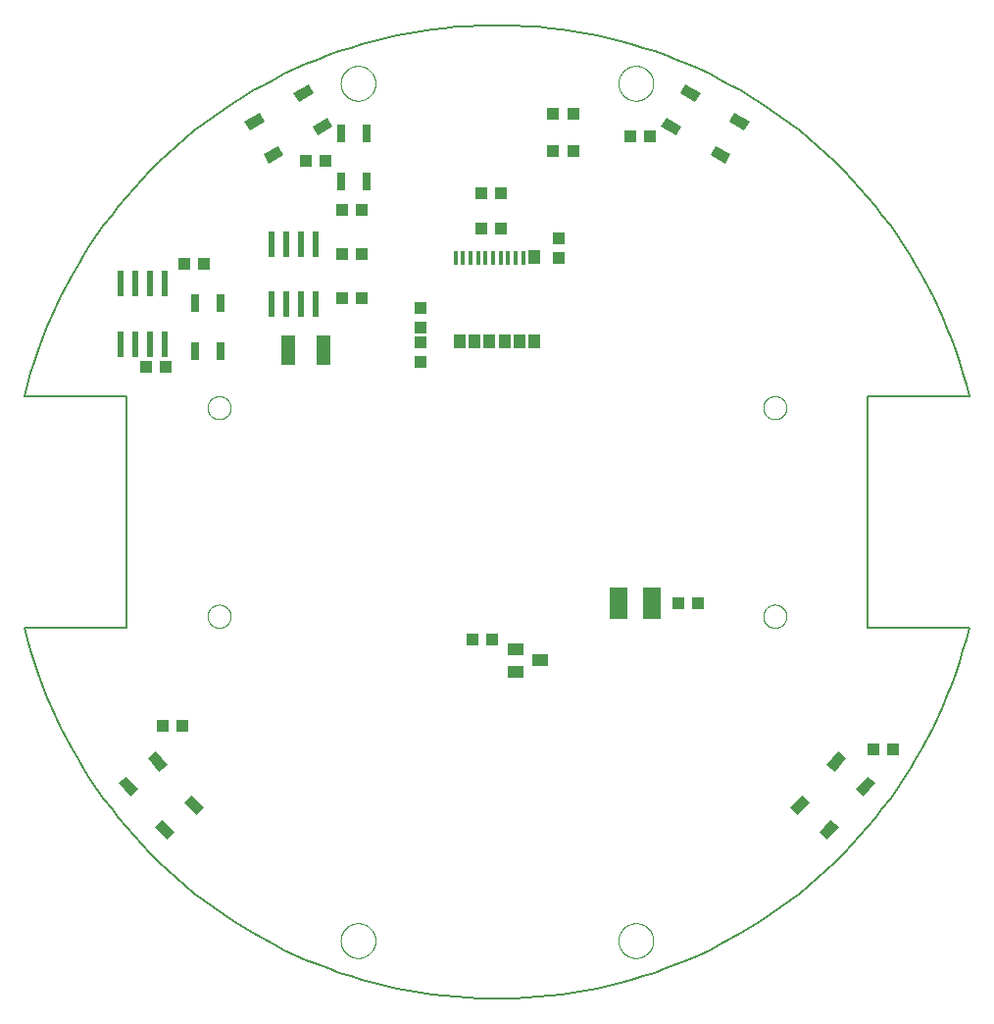
<source format=gtp>
G75*
%MOIN*%
%OFA0B0*%
%FSLAX25Y25*%
%IPPOS*%
%LPD*%
%AMOC8*
5,1,8,0,0,1.08239X$1,22.5*
%
%ADD10C,0.00600*%
%ADD11C,0.00000*%
%ADD12R,0.04331X0.03937*%
%ADD13R,0.03937X0.04331*%
%ADD14R,0.02559X0.05906*%
%ADD15R,0.02362X0.08661*%
%ADD16R,0.05906X0.03543*%
%ADD17R,0.05000X0.10000*%
%ADD18R,0.04000X0.05000*%
%ADD19R,0.01575X0.04921*%
%ADD20R,0.06299X0.10630*%
%ADD21R,0.05512X0.03937*%
D10*
X0023150Y0144410D02*
X0057796Y0144410D01*
X0057796Y0223150D01*
X0023150Y0223150D01*
X0023150Y0223151D02*
X0024158Y0227061D01*
X0025260Y0230946D01*
X0026458Y0234802D01*
X0027749Y0238628D01*
X0029133Y0242421D01*
X0030609Y0246180D01*
X0032177Y0249901D01*
X0033835Y0253583D01*
X0035582Y0257223D01*
X0037418Y0260820D01*
X0039341Y0264370D01*
X0041350Y0267873D01*
X0043445Y0271326D01*
X0045622Y0274726D01*
X0047882Y0278072D01*
X0050224Y0281362D01*
X0052644Y0284594D01*
X0055143Y0287766D01*
X0057719Y0290876D01*
X0060370Y0293922D01*
X0063094Y0296902D01*
X0065891Y0299815D01*
X0068758Y0302659D01*
X0071693Y0305432D01*
X0074695Y0308132D01*
X0077762Y0310759D01*
X0080892Y0313309D01*
X0084084Y0315783D01*
X0087335Y0318178D01*
X0090644Y0320493D01*
X0094008Y0322726D01*
X0097426Y0324876D01*
X0100895Y0326943D01*
X0104414Y0328924D01*
X0107979Y0330818D01*
X0111591Y0332625D01*
X0115245Y0334344D01*
X0118940Y0335972D01*
X0122673Y0337510D01*
X0126444Y0338956D01*
X0130248Y0340310D01*
X0134084Y0341570D01*
X0137950Y0342737D01*
X0141843Y0343808D01*
X0145761Y0344784D01*
X0149702Y0345665D01*
X0153663Y0346448D01*
X0157643Y0347135D01*
X0161637Y0347725D01*
X0165645Y0348217D01*
X0169664Y0348610D01*
X0173691Y0348906D01*
X0177724Y0349103D01*
X0181761Y0349202D01*
X0185799Y0349202D01*
X0189836Y0349103D01*
X0193869Y0348906D01*
X0197896Y0348610D01*
X0201915Y0348217D01*
X0205923Y0347725D01*
X0209917Y0347135D01*
X0213897Y0346448D01*
X0217858Y0345665D01*
X0221799Y0344784D01*
X0225717Y0343808D01*
X0229610Y0342737D01*
X0233476Y0341570D01*
X0237312Y0340310D01*
X0241116Y0338956D01*
X0244887Y0337510D01*
X0248620Y0335972D01*
X0252315Y0334344D01*
X0255969Y0332625D01*
X0259581Y0330818D01*
X0263146Y0328924D01*
X0266665Y0326943D01*
X0270134Y0324876D01*
X0273552Y0322726D01*
X0276916Y0320493D01*
X0280225Y0318178D01*
X0283476Y0315783D01*
X0286668Y0313309D01*
X0289798Y0310759D01*
X0292865Y0308132D01*
X0295867Y0305432D01*
X0298802Y0302659D01*
X0301669Y0299815D01*
X0304466Y0296902D01*
X0307190Y0293922D01*
X0309841Y0290876D01*
X0312417Y0287766D01*
X0314916Y0284594D01*
X0317336Y0281362D01*
X0319678Y0278072D01*
X0321938Y0274726D01*
X0324115Y0271326D01*
X0326210Y0267873D01*
X0328219Y0264370D01*
X0330142Y0260820D01*
X0331978Y0257223D01*
X0333725Y0253583D01*
X0335383Y0249901D01*
X0336951Y0246180D01*
X0338427Y0242421D01*
X0339811Y0238628D01*
X0341102Y0234802D01*
X0342300Y0230946D01*
X0343402Y0227061D01*
X0344410Y0223151D01*
X0344410Y0223150D02*
X0309765Y0223150D01*
X0309765Y0144410D01*
X0344410Y0144410D01*
X0343402Y0140500D01*
X0342300Y0136615D01*
X0341102Y0132759D01*
X0339811Y0128933D01*
X0338427Y0125140D01*
X0336951Y0121381D01*
X0335383Y0117660D01*
X0333725Y0113978D01*
X0331978Y0110338D01*
X0330142Y0106741D01*
X0328219Y0103191D01*
X0326210Y0099688D01*
X0324115Y0096235D01*
X0321938Y0092835D01*
X0319678Y0089489D01*
X0317336Y0086199D01*
X0314916Y0082967D01*
X0312417Y0079795D01*
X0309841Y0076685D01*
X0307190Y0073639D01*
X0304466Y0070659D01*
X0301669Y0067746D01*
X0298802Y0064902D01*
X0295867Y0062129D01*
X0292865Y0059429D01*
X0289798Y0056802D01*
X0286668Y0054252D01*
X0283476Y0051778D01*
X0280225Y0049383D01*
X0276916Y0047068D01*
X0273552Y0044835D01*
X0270134Y0042685D01*
X0266665Y0040618D01*
X0263146Y0038637D01*
X0259581Y0036743D01*
X0255969Y0034936D01*
X0252315Y0033217D01*
X0248620Y0031589D01*
X0244887Y0030051D01*
X0241116Y0028605D01*
X0237312Y0027251D01*
X0233476Y0025991D01*
X0229610Y0024824D01*
X0225717Y0023753D01*
X0221799Y0022777D01*
X0217858Y0021896D01*
X0213897Y0021113D01*
X0209917Y0020426D01*
X0205923Y0019836D01*
X0201915Y0019344D01*
X0197896Y0018951D01*
X0193869Y0018655D01*
X0189836Y0018458D01*
X0185799Y0018359D01*
X0181761Y0018359D01*
X0177724Y0018458D01*
X0173691Y0018655D01*
X0169664Y0018951D01*
X0165645Y0019344D01*
X0161637Y0019836D01*
X0157643Y0020426D01*
X0153663Y0021113D01*
X0149702Y0021896D01*
X0145761Y0022777D01*
X0141843Y0023753D01*
X0137950Y0024824D01*
X0134084Y0025991D01*
X0130248Y0027251D01*
X0126444Y0028605D01*
X0122673Y0030051D01*
X0118940Y0031589D01*
X0115245Y0033217D01*
X0111591Y0034936D01*
X0107979Y0036743D01*
X0104414Y0038637D01*
X0100895Y0040618D01*
X0097426Y0042685D01*
X0094008Y0044835D01*
X0090644Y0047068D01*
X0087335Y0049383D01*
X0084084Y0051778D01*
X0080892Y0054252D01*
X0077762Y0056802D01*
X0074695Y0059429D01*
X0071693Y0062129D01*
X0068758Y0064902D01*
X0065891Y0067746D01*
X0063094Y0070659D01*
X0060370Y0073639D01*
X0057719Y0076685D01*
X0055143Y0079795D01*
X0052644Y0082967D01*
X0050224Y0086199D01*
X0047882Y0089489D01*
X0045622Y0092835D01*
X0043445Y0096235D01*
X0041350Y0099688D01*
X0039341Y0103191D01*
X0037418Y0106741D01*
X0035582Y0110338D01*
X0033835Y0113978D01*
X0032177Y0117660D01*
X0030609Y0121381D01*
X0029133Y0125140D01*
X0027749Y0128933D01*
X0026458Y0132759D01*
X0025260Y0136615D01*
X0024158Y0140500D01*
X0023150Y0144410D01*
D11*
X0085355Y0148347D02*
X0085357Y0148472D01*
X0085363Y0148597D01*
X0085373Y0148721D01*
X0085387Y0148845D01*
X0085404Y0148969D01*
X0085426Y0149092D01*
X0085452Y0149214D01*
X0085481Y0149336D01*
X0085514Y0149456D01*
X0085552Y0149575D01*
X0085592Y0149694D01*
X0085637Y0149810D01*
X0085685Y0149925D01*
X0085737Y0150039D01*
X0085793Y0150151D01*
X0085852Y0150261D01*
X0085914Y0150369D01*
X0085980Y0150476D01*
X0086049Y0150580D01*
X0086122Y0150681D01*
X0086197Y0150781D01*
X0086276Y0150878D01*
X0086358Y0150972D01*
X0086443Y0151064D01*
X0086530Y0151153D01*
X0086621Y0151239D01*
X0086714Y0151322D01*
X0086810Y0151403D01*
X0086908Y0151480D01*
X0087008Y0151554D01*
X0087111Y0151625D01*
X0087216Y0151692D01*
X0087324Y0151757D01*
X0087433Y0151817D01*
X0087544Y0151875D01*
X0087657Y0151928D01*
X0087771Y0151978D01*
X0087887Y0152025D01*
X0088004Y0152067D01*
X0088123Y0152106D01*
X0088243Y0152142D01*
X0088364Y0152173D01*
X0088486Y0152201D01*
X0088608Y0152224D01*
X0088732Y0152244D01*
X0088856Y0152260D01*
X0088980Y0152272D01*
X0089105Y0152280D01*
X0089230Y0152284D01*
X0089354Y0152284D01*
X0089479Y0152280D01*
X0089604Y0152272D01*
X0089728Y0152260D01*
X0089852Y0152244D01*
X0089976Y0152224D01*
X0090098Y0152201D01*
X0090220Y0152173D01*
X0090341Y0152142D01*
X0090461Y0152106D01*
X0090580Y0152067D01*
X0090697Y0152025D01*
X0090813Y0151978D01*
X0090927Y0151928D01*
X0091040Y0151875D01*
X0091151Y0151817D01*
X0091261Y0151757D01*
X0091368Y0151692D01*
X0091473Y0151625D01*
X0091576Y0151554D01*
X0091676Y0151480D01*
X0091774Y0151403D01*
X0091870Y0151322D01*
X0091963Y0151239D01*
X0092054Y0151153D01*
X0092141Y0151064D01*
X0092226Y0150972D01*
X0092308Y0150878D01*
X0092387Y0150781D01*
X0092462Y0150681D01*
X0092535Y0150580D01*
X0092604Y0150476D01*
X0092670Y0150369D01*
X0092732Y0150261D01*
X0092791Y0150151D01*
X0092847Y0150039D01*
X0092899Y0149925D01*
X0092947Y0149810D01*
X0092992Y0149694D01*
X0093032Y0149575D01*
X0093070Y0149456D01*
X0093103Y0149336D01*
X0093132Y0149214D01*
X0093158Y0149092D01*
X0093180Y0148969D01*
X0093197Y0148845D01*
X0093211Y0148721D01*
X0093221Y0148597D01*
X0093227Y0148472D01*
X0093229Y0148347D01*
X0093227Y0148222D01*
X0093221Y0148097D01*
X0093211Y0147973D01*
X0093197Y0147849D01*
X0093180Y0147725D01*
X0093158Y0147602D01*
X0093132Y0147480D01*
X0093103Y0147358D01*
X0093070Y0147238D01*
X0093032Y0147119D01*
X0092992Y0147000D01*
X0092947Y0146884D01*
X0092899Y0146769D01*
X0092847Y0146655D01*
X0092791Y0146543D01*
X0092732Y0146433D01*
X0092670Y0146325D01*
X0092604Y0146218D01*
X0092535Y0146114D01*
X0092462Y0146013D01*
X0092387Y0145913D01*
X0092308Y0145816D01*
X0092226Y0145722D01*
X0092141Y0145630D01*
X0092054Y0145541D01*
X0091963Y0145455D01*
X0091870Y0145372D01*
X0091774Y0145291D01*
X0091676Y0145214D01*
X0091576Y0145140D01*
X0091473Y0145069D01*
X0091368Y0145002D01*
X0091260Y0144937D01*
X0091151Y0144877D01*
X0091040Y0144819D01*
X0090927Y0144766D01*
X0090813Y0144716D01*
X0090697Y0144669D01*
X0090580Y0144627D01*
X0090461Y0144588D01*
X0090341Y0144552D01*
X0090220Y0144521D01*
X0090098Y0144493D01*
X0089976Y0144470D01*
X0089852Y0144450D01*
X0089728Y0144434D01*
X0089604Y0144422D01*
X0089479Y0144414D01*
X0089354Y0144410D01*
X0089230Y0144410D01*
X0089105Y0144414D01*
X0088980Y0144422D01*
X0088856Y0144434D01*
X0088732Y0144450D01*
X0088608Y0144470D01*
X0088486Y0144493D01*
X0088364Y0144521D01*
X0088243Y0144552D01*
X0088123Y0144588D01*
X0088004Y0144627D01*
X0087887Y0144669D01*
X0087771Y0144716D01*
X0087657Y0144766D01*
X0087544Y0144819D01*
X0087433Y0144877D01*
X0087323Y0144937D01*
X0087216Y0145002D01*
X0087111Y0145069D01*
X0087008Y0145140D01*
X0086908Y0145214D01*
X0086810Y0145291D01*
X0086714Y0145372D01*
X0086621Y0145455D01*
X0086530Y0145541D01*
X0086443Y0145630D01*
X0086358Y0145722D01*
X0086276Y0145816D01*
X0086197Y0145913D01*
X0086122Y0146013D01*
X0086049Y0146114D01*
X0085980Y0146218D01*
X0085914Y0146325D01*
X0085852Y0146433D01*
X0085793Y0146543D01*
X0085737Y0146655D01*
X0085685Y0146769D01*
X0085637Y0146884D01*
X0085592Y0147000D01*
X0085552Y0147119D01*
X0085514Y0147238D01*
X0085481Y0147358D01*
X0085452Y0147480D01*
X0085426Y0147602D01*
X0085404Y0147725D01*
X0085387Y0147849D01*
X0085373Y0147973D01*
X0085363Y0148097D01*
X0085357Y0148222D01*
X0085355Y0148347D01*
X0085355Y0219213D02*
X0085357Y0219338D01*
X0085363Y0219463D01*
X0085373Y0219587D01*
X0085387Y0219711D01*
X0085404Y0219835D01*
X0085426Y0219958D01*
X0085452Y0220080D01*
X0085481Y0220202D01*
X0085514Y0220322D01*
X0085552Y0220441D01*
X0085592Y0220560D01*
X0085637Y0220676D01*
X0085685Y0220791D01*
X0085737Y0220905D01*
X0085793Y0221017D01*
X0085852Y0221127D01*
X0085914Y0221235D01*
X0085980Y0221342D01*
X0086049Y0221446D01*
X0086122Y0221547D01*
X0086197Y0221647D01*
X0086276Y0221744D01*
X0086358Y0221838D01*
X0086443Y0221930D01*
X0086530Y0222019D01*
X0086621Y0222105D01*
X0086714Y0222188D01*
X0086810Y0222269D01*
X0086908Y0222346D01*
X0087008Y0222420D01*
X0087111Y0222491D01*
X0087216Y0222558D01*
X0087324Y0222623D01*
X0087433Y0222683D01*
X0087544Y0222741D01*
X0087657Y0222794D01*
X0087771Y0222844D01*
X0087887Y0222891D01*
X0088004Y0222933D01*
X0088123Y0222972D01*
X0088243Y0223008D01*
X0088364Y0223039D01*
X0088486Y0223067D01*
X0088608Y0223090D01*
X0088732Y0223110D01*
X0088856Y0223126D01*
X0088980Y0223138D01*
X0089105Y0223146D01*
X0089230Y0223150D01*
X0089354Y0223150D01*
X0089479Y0223146D01*
X0089604Y0223138D01*
X0089728Y0223126D01*
X0089852Y0223110D01*
X0089976Y0223090D01*
X0090098Y0223067D01*
X0090220Y0223039D01*
X0090341Y0223008D01*
X0090461Y0222972D01*
X0090580Y0222933D01*
X0090697Y0222891D01*
X0090813Y0222844D01*
X0090927Y0222794D01*
X0091040Y0222741D01*
X0091151Y0222683D01*
X0091261Y0222623D01*
X0091368Y0222558D01*
X0091473Y0222491D01*
X0091576Y0222420D01*
X0091676Y0222346D01*
X0091774Y0222269D01*
X0091870Y0222188D01*
X0091963Y0222105D01*
X0092054Y0222019D01*
X0092141Y0221930D01*
X0092226Y0221838D01*
X0092308Y0221744D01*
X0092387Y0221647D01*
X0092462Y0221547D01*
X0092535Y0221446D01*
X0092604Y0221342D01*
X0092670Y0221235D01*
X0092732Y0221127D01*
X0092791Y0221017D01*
X0092847Y0220905D01*
X0092899Y0220791D01*
X0092947Y0220676D01*
X0092992Y0220560D01*
X0093032Y0220441D01*
X0093070Y0220322D01*
X0093103Y0220202D01*
X0093132Y0220080D01*
X0093158Y0219958D01*
X0093180Y0219835D01*
X0093197Y0219711D01*
X0093211Y0219587D01*
X0093221Y0219463D01*
X0093227Y0219338D01*
X0093229Y0219213D01*
X0093227Y0219088D01*
X0093221Y0218963D01*
X0093211Y0218839D01*
X0093197Y0218715D01*
X0093180Y0218591D01*
X0093158Y0218468D01*
X0093132Y0218346D01*
X0093103Y0218224D01*
X0093070Y0218104D01*
X0093032Y0217985D01*
X0092992Y0217866D01*
X0092947Y0217750D01*
X0092899Y0217635D01*
X0092847Y0217521D01*
X0092791Y0217409D01*
X0092732Y0217299D01*
X0092670Y0217191D01*
X0092604Y0217084D01*
X0092535Y0216980D01*
X0092462Y0216879D01*
X0092387Y0216779D01*
X0092308Y0216682D01*
X0092226Y0216588D01*
X0092141Y0216496D01*
X0092054Y0216407D01*
X0091963Y0216321D01*
X0091870Y0216238D01*
X0091774Y0216157D01*
X0091676Y0216080D01*
X0091576Y0216006D01*
X0091473Y0215935D01*
X0091368Y0215868D01*
X0091260Y0215803D01*
X0091151Y0215743D01*
X0091040Y0215685D01*
X0090927Y0215632D01*
X0090813Y0215582D01*
X0090697Y0215535D01*
X0090580Y0215493D01*
X0090461Y0215454D01*
X0090341Y0215418D01*
X0090220Y0215387D01*
X0090098Y0215359D01*
X0089976Y0215336D01*
X0089852Y0215316D01*
X0089728Y0215300D01*
X0089604Y0215288D01*
X0089479Y0215280D01*
X0089354Y0215276D01*
X0089230Y0215276D01*
X0089105Y0215280D01*
X0088980Y0215288D01*
X0088856Y0215300D01*
X0088732Y0215316D01*
X0088608Y0215336D01*
X0088486Y0215359D01*
X0088364Y0215387D01*
X0088243Y0215418D01*
X0088123Y0215454D01*
X0088004Y0215493D01*
X0087887Y0215535D01*
X0087771Y0215582D01*
X0087657Y0215632D01*
X0087544Y0215685D01*
X0087433Y0215743D01*
X0087323Y0215803D01*
X0087216Y0215868D01*
X0087111Y0215935D01*
X0087008Y0216006D01*
X0086908Y0216080D01*
X0086810Y0216157D01*
X0086714Y0216238D01*
X0086621Y0216321D01*
X0086530Y0216407D01*
X0086443Y0216496D01*
X0086358Y0216588D01*
X0086276Y0216682D01*
X0086197Y0216779D01*
X0086122Y0216879D01*
X0086049Y0216980D01*
X0085980Y0217084D01*
X0085914Y0217191D01*
X0085852Y0217299D01*
X0085793Y0217409D01*
X0085737Y0217521D01*
X0085685Y0217635D01*
X0085637Y0217750D01*
X0085592Y0217866D01*
X0085552Y0217985D01*
X0085514Y0218104D01*
X0085481Y0218224D01*
X0085452Y0218346D01*
X0085426Y0218468D01*
X0085404Y0218591D01*
X0085387Y0218715D01*
X0085373Y0218839D01*
X0085363Y0218963D01*
X0085357Y0219088D01*
X0085355Y0219213D01*
X0130630Y0329450D02*
X0130632Y0329603D01*
X0130638Y0329757D01*
X0130648Y0329910D01*
X0130662Y0330062D01*
X0130680Y0330215D01*
X0130702Y0330366D01*
X0130727Y0330517D01*
X0130757Y0330668D01*
X0130791Y0330818D01*
X0130828Y0330966D01*
X0130869Y0331114D01*
X0130914Y0331260D01*
X0130963Y0331406D01*
X0131016Y0331550D01*
X0131072Y0331692D01*
X0131132Y0331833D01*
X0131196Y0331973D01*
X0131263Y0332111D01*
X0131334Y0332247D01*
X0131409Y0332381D01*
X0131486Y0332513D01*
X0131568Y0332643D01*
X0131652Y0332771D01*
X0131740Y0332897D01*
X0131831Y0333020D01*
X0131925Y0333141D01*
X0132023Y0333259D01*
X0132123Y0333375D01*
X0132227Y0333488D01*
X0132333Y0333599D01*
X0132442Y0333707D01*
X0132554Y0333812D01*
X0132668Y0333913D01*
X0132786Y0334012D01*
X0132905Y0334108D01*
X0133027Y0334201D01*
X0133152Y0334290D01*
X0133279Y0334377D01*
X0133408Y0334459D01*
X0133539Y0334539D01*
X0133672Y0334615D01*
X0133807Y0334688D01*
X0133944Y0334757D01*
X0134083Y0334822D01*
X0134223Y0334884D01*
X0134365Y0334942D01*
X0134508Y0334997D01*
X0134653Y0335048D01*
X0134799Y0335095D01*
X0134946Y0335138D01*
X0135094Y0335177D01*
X0135243Y0335213D01*
X0135393Y0335244D01*
X0135544Y0335272D01*
X0135695Y0335296D01*
X0135848Y0335316D01*
X0136000Y0335332D01*
X0136153Y0335344D01*
X0136306Y0335352D01*
X0136459Y0335356D01*
X0136613Y0335356D01*
X0136766Y0335352D01*
X0136919Y0335344D01*
X0137072Y0335332D01*
X0137224Y0335316D01*
X0137377Y0335296D01*
X0137528Y0335272D01*
X0137679Y0335244D01*
X0137829Y0335213D01*
X0137978Y0335177D01*
X0138126Y0335138D01*
X0138273Y0335095D01*
X0138419Y0335048D01*
X0138564Y0334997D01*
X0138707Y0334942D01*
X0138849Y0334884D01*
X0138989Y0334822D01*
X0139128Y0334757D01*
X0139265Y0334688D01*
X0139400Y0334615D01*
X0139533Y0334539D01*
X0139664Y0334459D01*
X0139793Y0334377D01*
X0139920Y0334290D01*
X0140045Y0334201D01*
X0140167Y0334108D01*
X0140286Y0334012D01*
X0140404Y0333913D01*
X0140518Y0333812D01*
X0140630Y0333707D01*
X0140739Y0333599D01*
X0140845Y0333488D01*
X0140949Y0333375D01*
X0141049Y0333259D01*
X0141147Y0333141D01*
X0141241Y0333020D01*
X0141332Y0332897D01*
X0141420Y0332771D01*
X0141504Y0332643D01*
X0141586Y0332513D01*
X0141663Y0332381D01*
X0141738Y0332247D01*
X0141809Y0332111D01*
X0141876Y0331973D01*
X0141940Y0331833D01*
X0142000Y0331692D01*
X0142056Y0331550D01*
X0142109Y0331406D01*
X0142158Y0331260D01*
X0142203Y0331114D01*
X0142244Y0330966D01*
X0142281Y0330818D01*
X0142315Y0330668D01*
X0142345Y0330517D01*
X0142370Y0330366D01*
X0142392Y0330215D01*
X0142410Y0330062D01*
X0142424Y0329910D01*
X0142434Y0329757D01*
X0142440Y0329603D01*
X0142442Y0329450D01*
X0142440Y0329297D01*
X0142434Y0329143D01*
X0142424Y0328990D01*
X0142410Y0328838D01*
X0142392Y0328685D01*
X0142370Y0328534D01*
X0142345Y0328383D01*
X0142315Y0328232D01*
X0142281Y0328082D01*
X0142244Y0327934D01*
X0142203Y0327786D01*
X0142158Y0327640D01*
X0142109Y0327494D01*
X0142056Y0327350D01*
X0142000Y0327208D01*
X0141940Y0327067D01*
X0141876Y0326927D01*
X0141809Y0326789D01*
X0141738Y0326653D01*
X0141663Y0326519D01*
X0141586Y0326387D01*
X0141504Y0326257D01*
X0141420Y0326129D01*
X0141332Y0326003D01*
X0141241Y0325880D01*
X0141147Y0325759D01*
X0141049Y0325641D01*
X0140949Y0325525D01*
X0140845Y0325412D01*
X0140739Y0325301D01*
X0140630Y0325193D01*
X0140518Y0325088D01*
X0140404Y0324987D01*
X0140286Y0324888D01*
X0140167Y0324792D01*
X0140045Y0324699D01*
X0139920Y0324610D01*
X0139793Y0324523D01*
X0139664Y0324441D01*
X0139533Y0324361D01*
X0139400Y0324285D01*
X0139265Y0324212D01*
X0139128Y0324143D01*
X0138989Y0324078D01*
X0138849Y0324016D01*
X0138707Y0323958D01*
X0138564Y0323903D01*
X0138419Y0323852D01*
X0138273Y0323805D01*
X0138126Y0323762D01*
X0137978Y0323723D01*
X0137829Y0323687D01*
X0137679Y0323656D01*
X0137528Y0323628D01*
X0137377Y0323604D01*
X0137224Y0323584D01*
X0137072Y0323568D01*
X0136919Y0323556D01*
X0136766Y0323548D01*
X0136613Y0323544D01*
X0136459Y0323544D01*
X0136306Y0323548D01*
X0136153Y0323556D01*
X0136000Y0323568D01*
X0135848Y0323584D01*
X0135695Y0323604D01*
X0135544Y0323628D01*
X0135393Y0323656D01*
X0135243Y0323687D01*
X0135094Y0323723D01*
X0134946Y0323762D01*
X0134799Y0323805D01*
X0134653Y0323852D01*
X0134508Y0323903D01*
X0134365Y0323958D01*
X0134223Y0324016D01*
X0134083Y0324078D01*
X0133944Y0324143D01*
X0133807Y0324212D01*
X0133672Y0324285D01*
X0133539Y0324361D01*
X0133408Y0324441D01*
X0133279Y0324523D01*
X0133152Y0324610D01*
X0133027Y0324699D01*
X0132905Y0324792D01*
X0132786Y0324888D01*
X0132668Y0324987D01*
X0132554Y0325088D01*
X0132442Y0325193D01*
X0132333Y0325301D01*
X0132227Y0325412D01*
X0132123Y0325525D01*
X0132023Y0325641D01*
X0131925Y0325759D01*
X0131831Y0325880D01*
X0131740Y0326003D01*
X0131652Y0326129D01*
X0131568Y0326257D01*
X0131486Y0326387D01*
X0131409Y0326519D01*
X0131334Y0326653D01*
X0131263Y0326789D01*
X0131196Y0326927D01*
X0131132Y0327067D01*
X0131072Y0327208D01*
X0131016Y0327350D01*
X0130963Y0327494D01*
X0130914Y0327640D01*
X0130869Y0327786D01*
X0130828Y0327934D01*
X0130791Y0328082D01*
X0130757Y0328232D01*
X0130727Y0328383D01*
X0130702Y0328534D01*
X0130680Y0328685D01*
X0130662Y0328838D01*
X0130648Y0328990D01*
X0130638Y0329143D01*
X0130632Y0329297D01*
X0130630Y0329450D01*
X0225118Y0329450D02*
X0225120Y0329603D01*
X0225126Y0329757D01*
X0225136Y0329910D01*
X0225150Y0330062D01*
X0225168Y0330215D01*
X0225190Y0330366D01*
X0225215Y0330517D01*
X0225245Y0330668D01*
X0225279Y0330818D01*
X0225316Y0330966D01*
X0225357Y0331114D01*
X0225402Y0331260D01*
X0225451Y0331406D01*
X0225504Y0331550D01*
X0225560Y0331692D01*
X0225620Y0331833D01*
X0225684Y0331973D01*
X0225751Y0332111D01*
X0225822Y0332247D01*
X0225897Y0332381D01*
X0225974Y0332513D01*
X0226056Y0332643D01*
X0226140Y0332771D01*
X0226228Y0332897D01*
X0226319Y0333020D01*
X0226413Y0333141D01*
X0226511Y0333259D01*
X0226611Y0333375D01*
X0226715Y0333488D01*
X0226821Y0333599D01*
X0226930Y0333707D01*
X0227042Y0333812D01*
X0227156Y0333913D01*
X0227274Y0334012D01*
X0227393Y0334108D01*
X0227515Y0334201D01*
X0227640Y0334290D01*
X0227767Y0334377D01*
X0227896Y0334459D01*
X0228027Y0334539D01*
X0228160Y0334615D01*
X0228295Y0334688D01*
X0228432Y0334757D01*
X0228571Y0334822D01*
X0228711Y0334884D01*
X0228853Y0334942D01*
X0228996Y0334997D01*
X0229141Y0335048D01*
X0229287Y0335095D01*
X0229434Y0335138D01*
X0229582Y0335177D01*
X0229731Y0335213D01*
X0229881Y0335244D01*
X0230032Y0335272D01*
X0230183Y0335296D01*
X0230336Y0335316D01*
X0230488Y0335332D01*
X0230641Y0335344D01*
X0230794Y0335352D01*
X0230947Y0335356D01*
X0231101Y0335356D01*
X0231254Y0335352D01*
X0231407Y0335344D01*
X0231560Y0335332D01*
X0231712Y0335316D01*
X0231865Y0335296D01*
X0232016Y0335272D01*
X0232167Y0335244D01*
X0232317Y0335213D01*
X0232466Y0335177D01*
X0232614Y0335138D01*
X0232761Y0335095D01*
X0232907Y0335048D01*
X0233052Y0334997D01*
X0233195Y0334942D01*
X0233337Y0334884D01*
X0233477Y0334822D01*
X0233616Y0334757D01*
X0233753Y0334688D01*
X0233888Y0334615D01*
X0234021Y0334539D01*
X0234152Y0334459D01*
X0234281Y0334377D01*
X0234408Y0334290D01*
X0234533Y0334201D01*
X0234655Y0334108D01*
X0234774Y0334012D01*
X0234892Y0333913D01*
X0235006Y0333812D01*
X0235118Y0333707D01*
X0235227Y0333599D01*
X0235333Y0333488D01*
X0235437Y0333375D01*
X0235537Y0333259D01*
X0235635Y0333141D01*
X0235729Y0333020D01*
X0235820Y0332897D01*
X0235908Y0332771D01*
X0235992Y0332643D01*
X0236074Y0332513D01*
X0236151Y0332381D01*
X0236226Y0332247D01*
X0236297Y0332111D01*
X0236364Y0331973D01*
X0236428Y0331833D01*
X0236488Y0331692D01*
X0236544Y0331550D01*
X0236597Y0331406D01*
X0236646Y0331260D01*
X0236691Y0331114D01*
X0236732Y0330966D01*
X0236769Y0330818D01*
X0236803Y0330668D01*
X0236833Y0330517D01*
X0236858Y0330366D01*
X0236880Y0330215D01*
X0236898Y0330062D01*
X0236912Y0329910D01*
X0236922Y0329757D01*
X0236928Y0329603D01*
X0236930Y0329450D01*
X0236928Y0329297D01*
X0236922Y0329143D01*
X0236912Y0328990D01*
X0236898Y0328838D01*
X0236880Y0328685D01*
X0236858Y0328534D01*
X0236833Y0328383D01*
X0236803Y0328232D01*
X0236769Y0328082D01*
X0236732Y0327934D01*
X0236691Y0327786D01*
X0236646Y0327640D01*
X0236597Y0327494D01*
X0236544Y0327350D01*
X0236488Y0327208D01*
X0236428Y0327067D01*
X0236364Y0326927D01*
X0236297Y0326789D01*
X0236226Y0326653D01*
X0236151Y0326519D01*
X0236074Y0326387D01*
X0235992Y0326257D01*
X0235908Y0326129D01*
X0235820Y0326003D01*
X0235729Y0325880D01*
X0235635Y0325759D01*
X0235537Y0325641D01*
X0235437Y0325525D01*
X0235333Y0325412D01*
X0235227Y0325301D01*
X0235118Y0325193D01*
X0235006Y0325088D01*
X0234892Y0324987D01*
X0234774Y0324888D01*
X0234655Y0324792D01*
X0234533Y0324699D01*
X0234408Y0324610D01*
X0234281Y0324523D01*
X0234152Y0324441D01*
X0234021Y0324361D01*
X0233888Y0324285D01*
X0233753Y0324212D01*
X0233616Y0324143D01*
X0233477Y0324078D01*
X0233337Y0324016D01*
X0233195Y0323958D01*
X0233052Y0323903D01*
X0232907Y0323852D01*
X0232761Y0323805D01*
X0232614Y0323762D01*
X0232466Y0323723D01*
X0232317Y0323687D01*
X0232167Y0323656D01*
X0232016Y0323628D01*
X0231865Y0323604D01*
X0231712Y0323584D01*
X0231560Y0323568D01*
X0231407Y0323556D01*
X0231254Y0323548D01*
X0231101Y0323544D01*
X0230947Y0323544D01*
X0230794Y0323548D01*
X0230641Y0323556D01*
X0230488Y0323568D01*
X0230336Y0323584D01*
X0230183Y0323604D01*
X0230032Y0323628D01*
X0229881Y0323656D01*
X0229731Y0323687D01*
X0229582Y0323723D01*
X0229434Y0323762D01*
X0229287Y0323805D01*
X0229141Y0323852D01*
X0228996Y0323903D01*
X0228853Y0323958D01*
X0228711Y0324016D01*
X0228571Y0324078D01*
X0228432Y0324143D01*
X0228295Y0324212D01*
X0228160Y0324285D01*
X0228027Y0324361D01*
X0227896Y0324441D01*
X0227767Y0324523D01*
X0227640Y0324610D01*
X0227515Y0324699D01*
X0227393Y0324792D01*
X0227274Y0324888D01*
X0227156Y0324987D01*
X0227042Y0325088D01*
X0226930Y0325193D01*
X0226821Y0325301D01*
X0226715Y0325412D01*
X0226611Y0325525D01*
X0226511Y0325641D01*
X0226413Y0325759D01*
X0226319Y0325880D01*
X0226228Y0326003D01*
X0226140Y0326129D01*
X0226056Y0326257D01*
X0225974Y0326387D01*
X0225897Y0326519D01*
X0225822Y0326653D01*
X0225751Y0326789D01*
X0225684Y0326927D01*
X0225620Y0327067D01*
X0225560Y0327208D01*
X0225504Y0327350D01*
X0225451Y0327494D01*
X0225402Y0327640D01*
X0225357Y0327786D01*
X0225316Y0327934D01*
X0225279Y0328082D01*
X0225245Y0328232D01*
X0225215Y0328383D01*
X0225190Y0328534D01*
X0225168Y0328685D01*
X0225150Y0328838D01*
X0225136Y0328990D01*
X0225126Y0329143D01*
X0225120Y0329297D01*
X0225118Y0329450D01*
X0274332Y0219213D02*
X0274334Y0219338D01*
X0274340Y0219463D01*
X0274350Y0219587D01*
X0274364Y0219711D01*
X0274381Y0219835D01*
X0274403Y0219958D01*
X0274429Y0220080D01*
X0274458Y0220202D01*
X0274491Y0220322D01*
X0274529Y0220441D01*
X0274569Y0220560D01*
X0274614Y0220676D01*
X0274662Y0220791D01*
X0274714Y0220905D01*
X0274770Y0221017D01*
X0274829Y0221127D01*
X0274891Y0221235D01*
X0274957Y0221342D01*
X0275026Y0221446D01*
X0275099Y0221547D01*
X0275174Y0221647D01*
X0275253Y0221744D01*
X0275335Y0221838D01*
X0275420Y0221930D01*
X0275507Y0222019D01*
X0275598Y0222105D01*
X0275691Y0222188D01*
X0275787Y0222269D01*
X0275885Y0222346D01*
X0275985Y0222420D01*
X0276088Y0222491D01*
X0276193Y0222558D01*
X0276301Y0222623D01*
X0276410Y0222683D01*
X0276521Y0222741D01*
X0276634Y0222794D01*
X0276748Y0222844D01*
X0276864Y0222891D01*
X0276981Y0222933D01*
X0277100Y0222972D01*
X0277220Y0223008D01*
X0277341Y0223039D01*
X0277463Y0223067D01*
X0277585Y0223090D01*
X0277709Y0223110D01*
X0277833Y0223126D01*
X0277957Y0223138D01*
X0278082Y0223146D01*
X0278207Y0223150D01*
X0278331Y0223150D01*
X0278456Y0223146D01*
X0278581Y0223138D01*
X0278705Y0223126D01*
X0278829Y0223110D01*
X0278953Y0223090D01*
X0279075Y0223067D01*
X0279197Y0223039D01*
X0279318Y0223008D01*
X0279438Y0222972D01*
X0279557Y0222933D01*
X0279674Y0222891D01*
X0279790Y0222844D01*
X0279904Y0222794D01*
X0280017Y0222741D01*
X0280128Y0222683D01*
X0280238Y0222623D01*
X0280345Y0222558D01*
X0280450Y0222491D01*
X0280553Y0222420D01*
X0280653Y0222346D01*
X0280751Y0222269D01*
X0280847Y0222188D01*
X0280940Y0222105D01*
X0281031Y0222019D01*
X0281118Y0221930D01*
X0281203Y0221838D01*
X0281285Y0221744D01*
X0281364Y0221647D01*
X0281439Y0221547D01*
X0281512Y0221446D01*
X0281581Y0221342D01*
X0281647Y0221235D01*
X0281709Y0221127D01*
X0281768Y0221017D01*
X0281824Y0220905D01*
X0281876Y0220791D01*
X0281924Y0220676D01*
X0281969Y0220560D01*
X0282009Y0220441D01*
X0282047Y0220322D01*
X0282080Y0220202D01*
X0282109Y0220080D01*
X0282135Y0219958D01*
X0282157Y0219835D01*
X0282174Y0219711D01*
X0282188Y0219587D01*
X0282198Y0219463D01*
X0282204Y0219338D01*
X0282206Y0219213D01*
X0282204Y0219088D01*
X0282198Y0218963D01*
X0282188Y0218839D01*
X0282174Y0218715D01*
X0282157Y0218591D01*
X0282135Y0218468D01*
X0282109Y0218346D01*
X0282080Y0218224D01*
X0282047Y0218104D01*
X0282009Y0217985D01*
X0281969Y0217866D01*
X0281924Y0217750D01*
X0281876Y0217635D01*
X0281824Y0217521D01*
X0281768Y0217409D01*
X0281709Y0217299D01*
X0281647Y0217191D01*
X0281581Y0217084D01*
X0281512Y0216980D01*
X0281439Y0216879D01*
X0281364Y0216779D01*
X0281285Y0216682D01*
X0281203Y0216588D01*
X0281118Y0216496D01*
X0281031Y0216407D01*
X0280940Y0216321D01*
X0280847Y0216238D01*
X0280751Y0216157D01*
X0280653Y0216080D01*
X0280553Y0216006D01*
X0280450Y0215935D01*
X0280345Y0215868D01*
X0280237Y0215803D01*
X0280128Y0215743D01*
X0280017Y0215685D01*
X0279904Y0215632D01*
X0279790Y0215582D01*
X0279674Y0215535D01*
X0279557Y0215493D01*
X0279438Y0215454D01*
X0279318Y0215418D01*
X0279197Y0215387D01*
X0279075Y0215359D01*
X0278953Y0215336D01*
X0278829Y0215316D01*
X0278705Y0215300D01*
X0278581Y0215288D01*
X0278456Y0215280D01*
X0278331Y0215276D01*
X0278207Y0215276D01*
X0278082Y0215280D01*
X0277957Y0215288D01*
X0277833Y0215300D01*
X0277709Y0215316D01*
X0277585Y0215336D01*
X0277463Y0215359D01*
X0277341Y0215387D01*
X0277220Y0215418D01*
X0277100Y0215454D01*
X0276981Y0215493D01*
X0276864Y0215535D01*
X0276748Y0215582D01*
X0276634Y0215632D01*
X0276521Y0215685D01*
X0276410Y0215743D01*
X0276300Y0215803D01*
X0276193Y0215868D01*
X0276088Y0215935D01*
X0275985Y0216006D01*
X0275885Y0216080D01*
X0275787Y0216157D01*
X0275691Y0216238D01*
X0275598Y0216321D01*
X0275507Y0216407D01*
X0275420Y0216496D01*
X0275335Y0216588D01*
X0275253Y0216682D01*
X0275174Y0216779D01*
X0275099Y0216879D01*
X0275026Y0216980D01*
X0274957Y0217084D01*
X0274891Y0217191D01*
X0274829Y0217299D01*
X0274770Y0217409D01*
X0274714Y0217521D01*
X0274662Y0217635D01*
X0274614Y0217750D01*
X0274569Y0217866D01*
X0274529Y0217985D01*
X0274491Y0218104D01*
X0274458Y0218224D01*
X0274429Y0218346D01*
X0274403Y0218468D01*
X0274381Y0218591D01*
X0274364Y0218715D01*
X0274350Y0218839D01*
X0274340Y0218963D01*
X0274334Y0219088D01*
X0274332Y0219213D01*
X0274332Y0148347D02*
X0274334Y0148472D01*
X0274340Y0148597D01*
X0274350Y0148721D01*
X0274364Y0148845D01*
X0274381Y0148969D01*
X0274403Y0149092D01*
X0274429Y0149214D01*
X0274458Y0149336D01*
X0274491Y0149456D01*
X0274529Y0149575D01*
X0274569Y0149694D01*
X0274614Y0149810D01*
X0274662Y0149925D01*
X0274714Y0150039D01*
X0274770Y0150151D01*
X0274829Y0150261D01*
X0274891Y0150369D01*
X0274957Y0150476D01*
X0275026Y0150580D01*
X0275099Y0150681D01*
X0275174Y0150781D01*
X0275253Y0150878D01*
X0275335Y0150972D01*
X0275420Y0151064D01*
X0275507Y0151153D01*
X0275598Y0151239D01*
X0275691Y0151322D01*
X0275787Y0151403D01*
X0275885Y0151480D01*
X0275985Y0151554D01*
X0276088Y0151625D01*
X0276193Y0151692D01*
X0276301Y0151757D01*
X0276410Y0151817D01*
X0276521Y0151875D01*
X0276634Y0151928D01*
X0276748Y0151978D01*
X0276864Y0152025D01*
X0276981Y0152067D01*
X0277100Y0152106D01*
X0277220Y0152142D01*
X0277341Y0152173D01*
X0277463Y0152201D01*
X0277585Y0152224D01*
X0277709Y0152244D01*
X0277833Y0152260D01*
X0277957Y0152272D01*
X0278082Y0152280D01*
X0278207Y0152284D01*
X0278331Y0152284D01*
X0278456Y0152280D01*
X0278581Y0152272D01*
X0278705Y0152260D01*
X0278829Y0152244D01*
X0278953Y0152224D01*
X0279075Y0152201D01*
X0279197Y0152173D01*
X0279318Y0152142D01*
X0279438Y0152106D01*
X0279557Y0152067D01*
X0279674Y0152025D01*
X0279790Y0151978D01*
X0279904Y0151928D01*
X0280017Y0151875D01*
X0280128Y0151817D01*
X0280238Y0151757D01*
X0280345Y0151692D01*
X0280450Y0151625D01*
X0280553Y0151554D01*
X0280653Y0151480D01*
X0280751Y0151403D01*
X0280847Y0151322D01*
X0280940Y0151239D01*
X0281031Y0151153D01*
X0281118Y0151064D01*
X0281203Y0150972D01*
X0281285Y0150878D01*
X0281364Y0150781D01*
X0281439Y0150681D01*
X0281512Y0150580D01*
X0281581Y0150476D01*
X0281647Y0150369D01*
X0281709Y0150261D01*
X0281768Y0150151D01*
X0281824Y0150039D01*
X0281876Y0149925D01*
X0281924Y0149810D01*
X0281969Y0149694D01*
X0282009Y0149575D01*
X0282047Y0149456D01*
X0282080Y0149336D01*
X0282109Y0149214D01*
X0282135Y0149092D01*
X0282157Y0148969D01*
X0282174Y0148845D01*
X0282188Y0148721D01*
X0282198Y0148597D01*
X0282204Y0148472D01*
X0282206Y0148347D01*
X0282204Y0148222D01*
X0282198Y0148097D01*
X0282188Y0147973D01*
X0282174Y0147849D01*
X0282157Y0147725D01*
X0282135Y0147602D01*
X0282109Y0147480D01*
X0282080Y0147358D01*
X0282047Y0147238D01*
X0282009Y0147119D01*
X0281969Y0147000D01*
X0281924Y0146884D01*
X0281876Y0146769D01*
X0281824Y0146655D01*
X0281768Y0146543D01*
X0281709Y0146433D01*
X0281647Y0146325D01*
X0281581Y0146218D01*
X0281512Y0146114D01*
X0281439Y0146013D01*
X0281364Y0145913D01*
X0281285Y0145816D01*
X0281203Y0145722D01*
X0281118Y0145630D01*
X0281031Y0145541D01*
X0280940Y0145455D01*
X0280847Y0145372D01*
X0280751Y0145291D01*
X0280653Y0145214D01*
X0280553Y0145140D01*
X0280450Y0145069D01*
X0280345Y0145002D01*
X0280237Y0144937D01*
X0280128Y0144877D01*
X0280017Y0144819D01*
X0279904Y0144766D01*
X0279790Y0144716D01*
X0279674Y0144669D01*
X0279557Y0144627D01*
X0279438Y0144588D01*
X0279318Y0144552D01*
X0279197Y0144521D01*
X0279075Y0144493D01*
X0278953Y0144470D01*
X0278829Y0144450D01*
X0278705Y0144434D01*
X0278581Y0144422D01*
X0278456Y0144414D01*
X0278331Y0144410D01*
X0278207Y0144410D01*
X0278082Y0144414D01*
X0277957Y0144422D01*
X0277833Y0144434D01*
X0277709Y0144450D01*
X0277585Y0144470D01*
X0277463Y0144493D01*
X0277341Y0144521D01*
X0277220Y0144552D01*
X0277100Y0144588D01*
X0276981Y0144627D01*
X0276864Y0144669D01*
X0276748Y0144716D01*
X0276634Y0144766D01*
X0276521Y0144819D01*
X0276410Y0144877D01*
X0276300Y0144937D01*
X0276193Y0145002D01*
X0276088Y0145069D01*
X0275985Y0145140D01*
X0275885Y0145214D01*
X0275787Y0145291D01*
X0275691Y0145372D01*
X0275598Y0145455D01*
X0275507Y0145541D01*
X0275420Y0145630D01*
X0275335Y0145722D01*
X0275253Y0145816D01*
X0275174Y0145913D01*
X0275099Y0146013D01*
X0275026Y0146114D01*
X0274957Y0146218D01*
X0274891Y0146325D01*
X0274829Y0146433D01*
X0274770Y0146543D01*
X0274714Y0146655D01*
X0274662Y0146769D01*
X0274614Y0146884D01*
X0274569Y0147000D01*
X0274529Y0147119D01*
X0274491Y0147238D01*
X0274458Y0147358D01*
X0274429Y0147480D01*
X0274403Y0147602D01*
X0274381Y0147725D01*
X0274364Y0147849D01*
X0274350Y0147973D01*
X0274340Y0148097D01*
X0274334Y0148222D01*
X0274332Y0148347D01*
X0225118Y0038111D02*
X0225120Y0038264D01*
X0225126Y0038418D01*
X0225136Y0038571D01*
X0225150Y0038723D01*
X0225168Y0038876D01*
X0225190Y0039027D01*
X0225215Y0039178D01*
X0225245Y0039329D01*
X0225279Y0039479D01*
X0225316Y0039627D01*
X0225357Y0039775D01*
X0225402Y0039921D01*
X0225451Y0040067D01*
X0225504Y0040211D01*
X0225560Y0040353D01*
X0225620Y0040494D01*
X0225684Y0040634D01*
X0225751Y0040772D01*
X0225822Y0040908D01*
X0225897Y0041042D01*
X0225974Y0041174D01*
X0226056Y0041304D01*
X0226140Y0041432D01*
X0226228Y0041558D01*
X0226319Y0041681D01*
X0226413Y0041802D01*
X0226511Y0041920D01*
X0226611Y0042036D01*
X0226715Y0042149D01*
X0226821Y0042260D01*
X0226930Y0042368D01*
X0227042Y0042473D01*
X0227156Y0042574D01*
X0227274Y0042673D01*
X0227393Y0042769D01*
X0227515Y0042862D01*
X0227640Y0042951D01*
X0227767Y0043038D01*
X0227896Y0043120D01*
X0228027Y0043200D01*
X0228160Y0043276D01*
X0228295Y0043349D01*
X0228432Y0043418D01*
X0228571Y0043483D01*
X0228711Y0043545D01*
X0228853Y0043603D01*
X0228996Y0043658D01*
X0229141Y0043709D01*
X0229287Y0043756D01*
X0229434Y0043799D01*
X0229582Y0043838D01*
X0229731Y0043874D01*
X0229881Y0043905D01*
X0230032Y0043933D01*
X0230183Y0043957D01*
X0230336Y0043977D01*
X0230488Y0043993D01*
X0230641Y0044005D01*
X0230794Y0044013D01*
X0230947Y0044017D01*
X0231101Y0044017D01*
X0231254Y0044013D01*
X0231407Y0044005D01*
X0231560Y0043993D01*
X0231712Y0043977D01*
X0231865Y0043957D01*
X0232016Y0043933D01*
X0232167Y0043905D01*
X0232317Y0043874D01*
X0232466Y0043838D01*
X0232614Y0043799D01*
X0232761Y0043756D01*
X0232907Y0043709D01*
X0233052Y0043658D01*
X0233195Y0043603D01*
X0233337Y0043545D01*
X0233477Y0043483D01*
X0233616Y0043418D01*
X0233753Y0043349D01*
X0233888Y0043276D01*
X0234021Y0043200D01*
X0234152Y0043120D01*
X0234281Y0043038D01*
X0234408Y0042951D01*
X0234533Y0042862D01*
X0234655Y0042769D01*
X0234774Y0042673D01*
X0234892Y0042574D01*
X0235006Y0042473D01*
X0235118Y0042368D01*
X0235227Y0042260D01*
X0235333Y0042149D01*
X0235437Y0042036D01*
X0235537Y0041920D01*
X0235635Y0041802D01*
X0235729Y0041681D01*
X0235820Y0041558D01*
X0235908Y0041432D01*
X0235992Y0041304D01*
X0236074Y0041174D01*
X0236151Y0041042D01*
X0236226Y0040908D01*
X0236297Y0040772D01*
X0236364Y0040634D01*
X0236428Y0040494D01*
X0236488Y0040353D01*
X0236544Y0040211D01*
X0236597Y0040067D01*
X0236646Y0039921D01*
X0236691Y0039775D01*
X0236732Y0039627D01*
X0236769Y0039479D01*
X0236803Y0039329D01*
X0236833Y0039178D01*
X0236858Y0039027D01*
X0236880Y0038876D01*
X0236898Y0038723D01*
X0236912Y0038571D01*
X0236922Y0038418D01*
X0236928Y0038264D01*
X0236930Y0038111D01*
X0236928Y0037958D01*
X0236922Y0037804D01*
X0236912Y0037651D01*
X0236898Y0037499D01*
X0236880Y0037346D01*
X0236858Y0037195D01*
X0236833Y0037044D01*
X0236803Y0036893D01*
X0236769Y0036743D01*
X0236732Y0036595D01*
X0236691Y0036447D01*
X0236646Y0036301D01*
X0236597Y0036155D01*
X0236544Y0036011D01*
X0236488Y0035869D01*
X0236428Y0035728D01*
X0236364Y0035588D01*
X0236297Y0035450D01*
X0236226Y0035314D01*
X0236151Y0035180D01*
X0236074Y0035048D01*
X0235992Y0034918D01*
X0235908Y0034790D01*
X0235820Y0034664D01*
X0235729Y0034541D01*
X0235635Y0034420D01*
X0235537Y0034302D01*
X0235437Y0034186D01*
X0235333Y0034073D01*
X0235227Y0033962D01*
X0235118Y0033854D01*
X0235006Y0033749D01*
X0234892Y0033648D01*
X0234774Y0033549D01*
X0234655Y0033453D01*
X0234533Y0033360D01*
X0234408Y0033271D01*
X0234281Y0033184D01*
X0234152Y0033102D01*
X0234021Y0033022D01*
X0233888Y0032946D01*
X0233753Y0032873D01*
X0233616Y0032804D01*
X0233477Y0032739D01*
X0233337Y0032677D01*
X0233195Y0032619D01*
X0233052Y0032564D01*
X0232907Y0032513D01*
X0232761Y0032466D01*
X0232614Y0032423D01*
X0232466Y0032384D01*
X0232317Y0032348D01*
X0232167Y0032317D01*
X0232016Y0032289D01*
X0231865Y0032265D01*
X0231712Y0032245D01*
X0231560Y0032229D01*
X0231407Y0032217D01*
X0231254Y0032209D01*
X0231101Y0032205D01*
X0230947Y0032205D01*
X0230794Y0032209D01*
X0230641Y0032217D01*
X0230488Y0032229D01*
X0230336Y0032245D01*
X0230183Y0032265D01*
X0230032Y0032289D01*
X0229881Y0032317D01*
X0229731Y0032348D01*
X0229582Y0032384D01*
X0229434Y0032423D01*
X0229287Y0032466D01*
X0229141Y0032513D01*
X0228996Y0032564D01*
X0228853Y0032619D01*
X0228711Y0032677D01*
X0228571Y0032739D01*
X0228432Y0032804D01*
X0228295Y0032873D01*
X0228160Y0032946D01*
X0228027Y0033022D01*
X0227896Y0033102D01*
X0227767Y0033184D01*
X0227640Y0033271D01*
X0227515Y0033360D01*
X0227393Y0033453D01*
X0227274Y0033549D01*
X0227156Y0033648D01*
X0227042Y0033749D01*
X0226930Y0033854D01*
X0226821Y0033962D01*
X0226715Y0034073D01*
X0226611Y0034186D01*
X0226511Y0034302D01*
X0226413Y0034420D01*
X0226319Y0034541D01*
X0226228Y0034664D01*
X0226140Y0034790D01*
X0226056Y0034918D01*
X0225974Y0035048D01*
X0225897Y0035180D01*
X0225822Y0035314D01*
X0225751Y0035450D01*
X0225684Y0035588D01*
X0225620Y0035728D01*
X0225560Y0035869D01*
X0225504Y0036011D01*
X0225451Y0036155D01*
X0225402Y0036301D01*
X0225357Y0036447D01*
X0225316Y0036595D01*
X0225279Y0036743D01*
X0225245Y0036893D01*
X0225215Y0037044D01*
X0225190Y0037195D01*
X0225168Y0037346D01*
X0225150Y0037499D01*
X0225136Y0037651D01*
X0225126Y0037804D01*
X0225120Y0037958D01*
X0225118Y0038111D01*
X0130630Y0038111D02*
X0130632Y0038264D01*
X0130638Y0038418D01*
X0130648Y0038571D01*
X0130662Y0038723D01*
X0130680Y0038876D01*
X0130702Y0039027D01*
X0130727Y0039178D01*
X0130757Y0039329D01*
X0130791Y0039479D01*
X0130828Y0039627D01*
X0130869Y0039775D01*
X0130914Y0039921D01*
X0130963Y0040067D01*
X0131016Y0040211D01*
X0131072Y0040353D01*
X0131132Y0040494D01*
X0131196Y0040634D01*
X0131263Y0040772D01*
X0131334Y0040908D01*
X0131409Y0041042D01*
X0131486Y0041174D01*
X0131568Y0041304D01*
X0131652Y0041432D01*
X0131740Y0041558D01*
X0131831Y0041681D01*
X0131925Y0041802D01*
X0132023Y0041920D01*
X0132123Y0042036D01*
X0132227Y0042149D01*
X0132333Y0042260D01*
X0132442Y0042368D01*
X0132554Y0042473D01*
X0132668Y0042574D01*
X0132786Y0042673D01*
X0132905Y0042769D01*
X0133027Y0042862D01*
X0133152Y0042951D01*
X0133279Y0043038D01*
X0133408Y0043120D01*
X0133539Y0043200D01*
X0133672Y0043276D01*
X0133807Y0043349D01*
X0133944Y0043418D01*
X0134083Y0043483D01*
X0134223Y0043545D01*
X0134365Y0043603D01*
X0134508Y0043658D01*
X0134653Y0043709D01*
X0134799Y0043756D01*
X0134946Y0043799D01*
X0135094Y0043838D01*
X0135243Y0043874D01*
X0135393Y0043905D01*
X0135544Y0043933D01*
X0135695Y0043957D01*
X0135848Y0043977D01*
X0136000Y0043993D01*
X0136153Y0044005D01*
X0136306Y0044013D01*
X0136459Y0044017D01*
X0136613Y0044017D01*
X0136766Y0044013D01*
X0136919Y0044005D01*
X0137072Y0043993D01*
X0137224Y0043977D01*
X0137377Y0043957D01*
X0137528Y0043933D01*
X0137679Y0043905D01*
X0137829Y0043874D01*
X0137978Y0043838D01*
X0138126Y0043799D01*
X0138273Y0043756D01*
X0138419Y0043709D01*
X0138564Y0043658D01*
X0138707Y0043603D01*
X0138849Y0043545D01*
X0138989Y0043483D01*
X0139128Y0043418D01*
X0139265Y0043349D01*
X0139400Y0043276D01*
X0139533Y0043200D01*
X0139664Y0043120D01*
X0139793Y0043038D01*
X0139920Y0042951D01*
X0140045Y0042862D01*
X0140167Y0042769D01*
X0140286Y0042673D01*
X0140404Y0042574D01*
X0140518Y0042473D01*
X0140630Y0042368D01*
X0140739Y0042260D01*
X0140845Y0042149D01*
X0140949Y0042036D01*
X0141049Y0041920D01*
X0141147Y0041802D01*
X0141241Y0041681D01*
X0141332Y0041558D01*
X0141420Y0041432D01*
X0141504Y0041304D01*
X0141586Y0041174D01*
X0141663Y0041042D01*
X0141738Y0040908D01*
X0141809Y0040772D01*
X0141876Y0040634D01*
X0141940Y0040494D01*
X0142000Y0040353D01*
X0142056Y0040211D01*
X0142109Y0040067D01*
X0142158Y0039921D01*
X0142203Y0039775D01*
X0142244Y0039627D01*
X0142281Y0039479D01*
X0142315Y0039329D01*
X0142345Y0039178D01*
X0142370Y0039027D01*
X0142392Y0038876D01*
X0142410Y0038723D01*
X0142424Y0038571D01*
X0142434Y0038418D01*
X0142440Y0038264D01*
X0142442Y0038111D01*
X0142440Y0037958D01*
X0142434Y0037804D01*
X0142424Y0037651D01*
X0142410Y0037499D01*
X0142392Y0037346D01*
X0142370Y0037195D01*
X0142345Y0037044D01*
X0142315Y0036893D01*
X0142281Y0036743D01*
X0142244Y0036595D01*
X0142203Y0036447D01*
X0142158Y0036301D01*
X0142109Y0036155D01*
X0142056Y0036011D01*
X0142000Y0035869D01*
X0141940Y0035728D01*
X0141876Y0035588D01*
X0141809Y0035450D01*
X0141738Y0035314D01*
X0141663Y0035180D01*
X0141586Y0035048D01*
X0141504Y0034918D01*
X0141420Y0034790D01*
X0141332Y0034664D01*
X0141241Y0034541D01*
X0141147Y0034420D01*
X0141049Y0034302D01*
X0140949Y0034186D01*
X0140845Y0034073D01*
X0140739Y0033962D01*
X0140630Y0033854D01*
X0140518Y0033749D01*
X0140404Y0033648D01*
X0140286Y0033549D01*
X0140167Y0033453D01*
X0140045Y0033360D01*
X0139920Y0033271D01*
X0139793Y0033184D01*
X0139664Y0033102D01*
X0139533Y0033022D01*
X0139400Y0032946D01*
X0139265Y0032873D01*
X0139128Y0032804D01*
X0138989Y0032739D01*
X0138849Y0032677D01*
X0138707Y0032619D01*
X0138564Y0032564D01*
X0138419Y0032513D01*
X0138273Y0032466D01*
X0138126Y0032423D01*
X0137978Y0032384D01*
X0137829Y0032348D01*
X0137679Y0032317D01*
X0137528Y0032289D01*
X0137377Y0032265D01*
X0137224Y0032245D01*
X0137072Y0032229D01*
X0136919Y0032217D01*
X0136766Y0032209D01*
X0136613Y0032205D01*
X0136459Y0032205D01*
X0136306Y0032209D01*
X0136153Y0032217D01*
X0136000Y0032229D01*
X0135848Y0032245D01*
X0135695Y0032265D01*
X0135544Y0032289D01*
X0135393Y0032317D01*
X0135243Y0032348D01*
X0135094Y0032384D01*
X0134946Y0032423D01*
X0134799Y0032466D01*
X0134653Y0032513D01*
X0134508Y0032564D01*
X0134365Y0032619D01*
X0134223Y0032677D01*
X0134083Y0032739D01*
X0133944Y0032804D01*
X0133807Y0032873D01*
X0133672Y0032946D01*
X0133539Y0033022D01*
X0133408Y0033102D01*
X0133279Y0033184D01*
X0133152Y0033271D01*
X0133027Y0033360D01*
X0132905Y0033453D01*
X0132786Y0033549D01*
X0132668Y0033648D01*
X0132554Y0033749D01*
X0132442Y0033854D01*
X0132333Y0033962D01*
X0132227Y0034073D01*
X0132123Y0034186D01*
X0132023Y0034302D01*
X0131925Y0034420D01*
X0131831Y0034541D01*
X0131740Y0034664D01*
X0131652Y0034790D01*
X0131568Y0034918D01*
X0131486Y0035048D01*
X0131409Y0035180D01*
X0131334Y0035314D01*
X0131263Y0035450D01*
X0131196Y0035588D01*
X0131132Y0035728D01*
X0131072Y0035869D01*
X0131016Y0036011D01*
X0130963Y0036155D01*
X0130914Y0036301D01*
X0130869Y0036447D01*
X0130828Y0036595D01*
X0130791Y0036743D01*
X0130757Y0036893D01*
X0130727Y0037044D01*
X0130702Y0037195D01*
X0130680Y0037346D01*
X0130662Y0037499D01*
X0130648Y0037651D01*
X0130638Y0037804D01*
X0130632Y0037958D01*
X0130630Y0038111D01*
D12*
X0076812Y0111064D03*
X0070119Y0111064D03*
X0071103Y0232938D03*
X0064410Y0232938D03*
X0077386Y0267950D03*
X0084079Y0267950D03*
X0118938Y0303044D03*
X0125631Y0303044D03*
X0131221Y0286371D03*
X0137914Y0286371D03*
X0137914Y0256528D03*
X0131221Y0256528D03*
X0157796Y0253269D03*
X0157796Y0246576D03*
X0157796Y0241457D03*
X0157796Y0234765D03*
X0178473Y0280146D03*
X0185166Y0280146D03*
X0229254Y0311600D03*
X0235946Y0311600D03*
X0245469Y0152761D03*
X0252162Y0152761D03*
X0311654Y0103190D03*
X0318347Y0103190D03*
D13*
X0182146Y0140300D03*
X0175454Y0140300D03*
X0204954Y0270225D03*
X0204954Y0276918D03*
X0185179Y0292228D03*
X0178486Y0292228D03*
X0202954Y0306300D03*
X0209646Y0306300D03*
X0209646Y0319200D03*
X0202954Y0319200D03*
X0137914Y0271371D03*
X0131221Y0271371D03*
D14*
X0130921Y0296237D03*
X0139386Y0296237D03*
X0139386Y0312576D03*
X0130921Y0312576D03*
X0089682Y0254816D03*
X0081217Y0254816D03*
X0081217Y0238477D03*
X0089682Y0238477D03*
D15*
X0070706Y0240914D03*
X0065706Y0240914D03*
X0060706Y0240914D03*
X0055706Y0240914D03*
X0055706Y0261387D03*
X0060706Y0261387D03*
X0065706Y0261387D03*
X0070706Y0261387D03*
X0106989Y0254371D03*
X0111989Y0254371D03*
X0116989Y0254371D03*
X0121989Y0254371D03*
X0121989Y0274843D03*
X0116989Y0274843D03*
X0111989Y0274843D03*
X0106989Y0274843D03*
D16*
G36*
X0070290Y0079159D02*
X0074085Y0074636D01*
X0071372Y0072359D01*
X0067577Y0076882D01*
X0070290Y0079159D01*
G37*
G36*
X0080242Y0087510D02*
X0084037Y0082987D01*
X0081324Y0080710D01*
X0077529Y0085233D01*
X0080242Y0087510D01*
G37*
G36*
X0067842Y0102288D02*
X0071637Y0097765D01*
X0068924Y0095488D01*
X0065129Y0100011D01*
X0067842Y0102288D01*
G37*
G36*
X0057890Y0093937D02*
X0061685Y0089414D01*
X0058972Y0087137D01*
X0055177Y0091660D01*
X0057890Y0093937D01*
G37*
G36*
X0111251Y0305164D02*
X0106138Y0302211D01*
X0104367Y0305278D01*
X0109480Y0308231D01*
X0111251Y0305164D01*
G37*
G36*
X0104755Y0316416D02*
X0099642Y0313463D01*
X0097871Y0316530D01*
X0102984Y0319483D01*
X0104755Y0316416D01*
G37*
G36*
X0121462Y0326062D02*
X0116349Y0323109D01*
X0114578Y0326176D01*
X0119691Y0329129D01*
X0121462Y0326062D01*
G37*
G36*
X0127958Y0314810D02*
X0122845Y0311857D01*
X0121074Y0314924D01*
X0126187Y0317877D01*
X0127958Y0314810D01*
G37*
G36*
X0244716Y0311857D02*
X0239603Y0314810D01*
X0241374Y0317877D01*
X0246487Y0314924D01*
X0244716Y0311857D01*
G37*
G36*
X0251212Y0323109D02*
X0246099Y0326062D01*
X0247870Y0329129D01*
X0252983Y0326176D01*
X0251212Y0323109D01*
G37*
G36*
X0267919Y0313463D02*
X0262806Y0316416D01*
X0264577Y0319483D01*
X0269690Y0316530D01*
X0267919Y0313463D01*
G37*
G36*
X0261423Y0302211D02*
X0256310Y0305164D01*
X0258081Y0308231D01*
X0263194Y0305278D01*
X0261423Y0302211D01*
G37*
G36*
X0295923Y0097765D02*
X0299718Y0102288D01*
X0302431Y0100011D01*
X0298636Y0095488D01*
X0295923Y0097765D01*
G37*
G36*
X0305876Y0089414D02*
X0309671Y0093937D01*
X0312384Y0091660D01*
X0308589Y0087137D01*
X0305876Y0089414D01*
G37*
G36*
X0293476Y0074636D02*
X0297271Y0079159D01*
X0299984Y0076882D01*
X0296189Y0072359D01*
X0293476Y0074636D01*
G37*
G36*
X0283523Y0082987D02*
X0287318Y0087510D01*
X0290031Y0085233D01*
X0286236Y0080710D01*
X0283523Y0082987D01*
G37*
D17*
X0124725Y0238898D03*
X0112914Y0238898D03*
D18*
X0171006Y0241686D03*
X0176065Y0241686D03*
X0181224Y0241686D03*
X0186383Y0241686D03*
X0191442Y0241686D03*
X0196601Y0241686D03*
X0196560Y0270286D03*
D19*
X0192737Y0270229D03*
X0190178Y0270229D03*
X0187619Y0270229D03*
X0185060Y0270229D03*
X0182501Y0270229D03*
X0179942Y0270229D03*
X0177383Y0270229D03*
X0174824Y0270229D03*
X0172265Y0270229D03*
X0169706Y0270229D03*
D20*
X0225288Y0152800D03*
X0236312Y0152800D03*
D21*
X0198631Y0133300D03*
X0189969Y0129560D03*
X0189969Y0137040D03*
M02*

</source>
